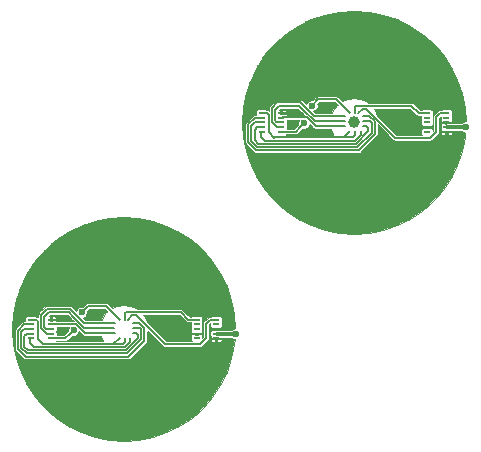
<source format=gtl>
G04 #@! TF.GenerationSoftware,KiCad,Pcbnew,5.0.2-bee76a0~70~ubuntu18.04.1*
G04 #@! TF.CreationDate,2019-09-04T02:04:56+02:00*
G04 #@! TF.ProjectId,upper_Sensor,75707065-725f-4536-956e-736f722e6b69,rev?*
G04 #@! TF.SameCoordinates,Original*
G04 #@! TF.FileFunction,Copper,L1,Top*
G04 #@! TF.FilePolarity,Positive*
%FSLAX46Y46*%
G04 Gerber Fmt 4.6, Leading zero omitted, Abs format (unit mm)*
G04 Created by KiCad (PCBNEW 5.0.2-bee76a0~70~ubuntu18.04.1) date Mi 04 Sep 2019 02:04:56 CEST*
%MOMM*%
%LPD*%
G01*
G04 APERTURE LIST*
G04 #@! TA.AperFunction,SMDPad,CuDef*
%ADD10R,0.630000X0.230000*%
G04 #@! TD*
G04 #@! TA.AperFunction,WasherPad*
%ADD11C,1.000000*%
G04 #@! TD*
G04 #@! TA.AperFunction,BGAPad,CuDef*
%ADD12C,0.150000*%
G04 #@! TD*
G04 #@! TA.AperFunction,ViaPad*
%ADD13C,0.600000*%
G04 #@! TD*
G04 #@! TA.AperFunction,Conductor*
%ADD14C,0.130000*%
G04 #@! TD*
G04 #@! TA.AperFunction,Conductor*
%ADD15C,0.300000*%
G04 #@! TD*
G04 #@! TA.AperFunction,Conductor*
%ADD16C,0.100000*%
G04 #@! TD*
G04 #@! TA.AperFunction,NonConductor*
%ADD17C,0.100000*%
G04 #@! TD*
G04 APERTURE END LIST*
D10*
G04 #@! TO.P,J12,1*
G04 #@! TO.N,N/C*
X121675000Y-63300000D03*
G04 #@! TO.P,J12,2*
X123325000Y-63300000D03*
G04 #@! TO.P,J12,3*
X121675000Y-62900000D03*
G04 #@! TO.P,J12,4*
X123325000Y-62900000D03*
G04 #@! TO.P,J12,5*
X121675000Y-62500000D03*
G04 #@! TO.P,J12,6*
X123325000Y-62500000D03*
G04 #@! TO.P,J12,7*
X121675000Y-62100000D03*
G04 #@! TO.P,J12,8*
X123325000Y-62100000D03*
G04 #@! TO.P,J12,9*
X121675000Y-61700000D03*
G04 #@! TO.P,J12,10*
X123325000Y-61700000D03*
G04 #@! TD*
G04 #@! TO.P,J11,1*
G04 #@! TO.N,N/C*
X135675000Y-63300000D03*
G04 #@! TO.P,J11,2*
X137325000Y-63300000D03*
G04 #@! TO.P,J11,3*
X135675000Y-62900000D03*
G04 #@! TO.P,J11,4*
X137325000Y-62900000D03*
G04 #@! TO.P,J11,5*
X135675000Y-62500000D03*
G04 #@! TO.P,J11,6*
X137325000Y-62500000D03*
G04 #@! TO.P,J11,7*
X135675000Y-62100000D03*
G04 #@! TO.P,J11,8*
X137325000Y-62100000D03*
G04 #@! TO.P,J11,9*
X135675000Y-61700000D03*
G04 #@! TO.P,J11,10*
X137325000Y-61700000D03*
G04 #@! TD*
D11*
G04 #@! TO.P,REF\002A\002A,*
G04 #@! TO.N,*
X129500000Y-62500000D03*
G04 #@! TD*
D12*
G04 #@! TO.P,REF\002A\002A,ELEC*
G04 #@! TO.N,N/C*
X129610000Y-61747000D03*
G04 #@! TO.P,REF\002A\002A,O2*
X129830000Y-61747000D03*
G04 #@! TO.P,REF\002A\002A,G*
X129170000Y-61747000D03*
G04 #@! TO.P,REF\002A\002A,D2m*
X128747000Y-62830000D03*
G04 #@! TO.P,REF\002A\002A,D4m*
X128747000Y-61950000D03*
G04 #@! TO.P,REF\002A\002A,D3m*
X128747000Y-62390000D03*
G04 #@! TO.P,REF\002A\002A,S*
X129610000Y-63253000D03*
G04 #@! TO.P,REF\002A\002A,SUB*
X129170000Y-63253000D03*
G04 #@! TO.P,REF\002A\002A,D1i*
X130050000Y-63253000D03*
G04 #@! TO.P,REF\002A\002A,D3i*
X130253000Y-62390000D03*
G04 #@! TO.P,REF\002A\002A,D2i*
X130253000Y-62830000D03*
G04 #@! TO.P,REF\002A\002A,D4i*
X130253000Y-61950000D03*
G04 #@! TD*
D10*
G04 #@! TO.P,J12,10*
G04 #@! TO.N,GNDD*
X103825000Y-79200000D03*
G04 #@! TO.P,J12,9*
G04 #@! TO.N,N/C*
X102175000Y-79200000D03*
G04 #@! TO.P,J12,8*
G04 #@! TO.N,REFFET1_D2*
X103825000Y-79600000D03*
G04 #@! TO.P,J12,7*
G04 #@! TO.N,ISFET1_D4*
X102175000Y-79600000D03*
G04 #@! TO.P,J12,6*
G04 #@! TO.N,REFFET1_D3*
X103825000Y-80000000D03*
G04 #@! TO.P,J12,5*
G04 #@! TO.N,ISFET1_D3*
X102175000Y-80000000D03*
G04 #@! TO.P,J12,4*
G04 #@! TO.N,REFFET1_D4*
X103825000Y-80400000D03*
G04 #@! TO.P,J12,3*
G04 #@! TO.N,ISFET1_D2*
X102175000Y-80400000D03*
G04 #@! TO.P,J12,2*
G04 #@! TO.N,N/C*
X103825000Y-80800000D03*
G04 #@! TO.P,J12,1*
G04 #@! TO.N,ISFET1_D1*
X102175000Y-80800000D03*
G04 #@! TD*
G04 #@! TO.P,J11,10*
G04 #@! TO.N,O2_ELEC1*
X117825000Y-79200000D03*
G04 #@! TO.P,J11,9*
G04 #@! TO.N,ELEC1*
X116175000Y-79200000D03*
G04 #@! TO.P,J11,8*
G04 #@! TO.N,Net-(J11-Pad8)*
X117825000Y-79600000D03*
G04 #@! TO.P,J11,7*
G04 #@! TO.N,Net-(J11-Pad7)*
X116175000Y-79600000D03*
G04 #@! TO.P,J11,6*
G04 #@! TO.N,GNDD*
X117825000Y-80000000D03*
G04 #@! TO.P,J11,5*
G04 #@! TO.N,Net-(J11-Pad5)*
X116175000Y-80000000D03*
G04 #@! TO.P,J11,4*
G04 #@! TO.N,RF_ANT*
X117825000Y-80400000D03*
G04 #@! TO.P,J11,3*
G04 #@! TO.N,GNDD*
X116175000Y-80400000D03*
G04 #@! TO.P,J11,2*
X117825000Y-80800000D03*
G04 #@! TO.P,J11,1*
G04 #@! TO.N,Net-(J11-Pad1)*
X116175000Y-80800000D03*
G04 #@! TD*
D12*
G04 #@! TO.P,REF\002A\002A,D4i*
G04 #@! TO.N,ISFET1_D4*
X110753000Y-79450000D03*
G04 #@! TO.P,REF\002A\002A,D2i*
G04 #@! TO.N,ISFET1_D2*
X110753000Y-80330000D03*
G04 #@! TO.P,REF\002A\002A,D3i*
G04 #@! TO.N,ISFET1_D3*
X110753000Y-79890000D03*
G04 #@! TO.P,REF\002A\002A,D1i*
G04 #@! TO.N,ISFET1_D1*
X110550000Y-80753000D03*
G04 #@! TO.P,REF\002A\002A,SUB*
G04 #@! TO.N,N/C*
X109670000Y-80753000D03*
G04 #@! TO.P,REF\002A\002A,S*
X110110000Y-80753000D03*
G04 #@! TO.P,REF\002A\002A,D3m*
G04 #@! TO.N,REFFET1_D3*
X109247000Y-79890000D03*
G04 #@! TO.P,REF\002A\002A,D4m*
G04 #@! TO.N,REFFET1_D4*
X109247000Y-79450000D03*
G04 #@! TO.P,REF\002A\002A,D2m*
G04 #@! TO.N,REFFET1_D2*
X109247000Y-80330000D03*
G04 #@! TO.P,REF\002A\002A,G*
G04 #@! TO.N,N/C*
X109670000Y-79247000D03*
G04 #@! TO.P,REF\002A\002A,O2*
G04 #@! TO.N,O2_ELEC1*
X110330000Y-79247000D03*
G04 #@! TO.P,REF\002A\002A,ELEC*
G04 #@! TO.N,ELEC1*
X110110000Y-79247000D03*
G04 #@! TD*
D13*
G04 #@! TO.N,*
X106434456Y-78585544D03*
X105756705Y-80085010D03*
X120384824Y-61702526D03*
X125934456Y-61085544D03*
X125256705Y-62585010D03*
X131800000Y-61700000D03*
X134300000Y-63000000D03*
X125633044Y-54207289D03*
X136509303Y-56618495D03*
X135381506Y-69509305D03*
X135970026Y-68970025D03*
X123618496Y-55490698D03*
X124925002Y-54575873D03*
X126370516Y-53901818D03*
X127131808Y-71338215D03*
X127911121Y-71510984D03*
X125800000Y-63200000D03*
X130297474Y-53384822D03*
X127911119Y-53489014D03*
X138615178Y-61702524D03*
X120901817Y-59370518D03*
X133366955Y-54207287D03*
X122004763Y-57251779D03*
X134748224Y-69995240D03*
X136995239Y-67748223D03*
X136509305Y-68381505D03*
X134748222Y-55004762D03*
X135970024Y-56029975D03*
X128702526Y-71615174D03*
X138338219Y-64868193D03*
X134075000Y-70424131D03*
X133366957Y-70792715D03*
X129500000Y-71650000D03*
X137800000Y-63900000D03*
X120661783Y-60131808D03*
X120489014Y-60911121D03*
X125633047Y-70792710D03*
X126370519Y-71098181D03*
X136995237Y-57251777D03*
X135381504Y-55490696D03*
X132629484Y-71098186D03*
X122490697Y-56618497D03*
X121207288Y-58633046D03*
X138510989Y-64088880D03*
X124251781Y-69995236D03*
X122490700Y-68381503D03*
X137424130Y-67074999D03*
X131088881Y-71510990D03*
X138510987Y-60911119D03*
X123029976Y-56029977D03*
X121575872Y-57925003D03*
X124925005Y-70424127D03*
X124251778Y-55004764D03*
X138200000Y-62200000D03*
X136400000Y-61300000D03*
X136400000Y-64300000D03*
X137000000Y-63900000D03*
X124420000Y-61590000D03*
X137700000Y-61100000D03*
X122004766Y-67748221D03*
X121207291Y-66366955D03*
X123029979Y-68970023D03*
X124160000Y-62740000D03*
X137424128Y-57925001D03*
X131088880Y-53489012D03*
X132629483Y-53901816D03*
X137792714Y-66366956D03*
X138098185Y-65629483D03*
X138338217Y-60131806D03*
X127131806Y-53661784D03*
X128702524Y-53384823D03*
X129499999Y-53350004D03*
X121575875Y-67074997D03*
X120901820Y-65629483D03*
X134074998Y-54575871D03*
X131868193Y-53661782D03*
X123618499Y-69509302D03*
X127200000Y-61200000D03*
X130297475Y-71615181D03*
X131868194Y-71338220D03*
X138098183Y-59370516D03*
X137792712Y-58633044D03*
X138991760Y-62903700D03*
X134074998Y-54575871D03*
G04 #@! TO.N,GNDD*
X110797475Y-89115181D03*
X111588881Y-89010990D03*
X112368194Y-88838220D03*
X113129484Y-88598186D03*
X115248224Y-87495240D03*
X115881506Y-87009305D03*
X116470026Y-86470025D03*
X114575000Y-87924131D03*
X113866957Y-88292715D03*
X117924130Y-84574999D03*
X118292714Y-83866956D03*
X118598185Y-83129483D03*
X117495239Y-85248223D03*
X117009305Y-85881505D03*
X118598183Y-76870516D03*
X118292712Y-76133044D03*
X117924128Y-75425001D03*
X118838217Y-77631806D03*
X119010987Y-78411119D03*
X117495237Y-74751777D03*
X115881504Y-72990696D03*
X115248222Y-72504762D03*
X116470024Y-73529975D03*
X117009303Y-74118495D03*
X114574998Y-72075871D03*
X112368193Y-71161782D03*
X111588880Y-70989012D03*
X113129483Y-71401816D03*
X113866955Y-71707287D03*
X110797474Y-70884822D03*
X108411119Y-70989014D03*
X107631806Y-71161784D03*
X109202524Y-70884823D03*
X109999999Y-70850004D03*
X106870516Y-71401818D03*
X104751778Y-72504764D03*
X104118496Y-72990698D03*
X105425002Y-72075873D03*
X106133044Y-71707289D03*
X102504763Y-74751779D03*
X103529976Y-73529977D03*
X102075872Y-75425003D03*
X102990697Y-74118497D03*
X101707288Y-76133046D03*
X102075875Y-84574997D03*
X101401820Y-83129483D03*
X102504766Y-85248221D03*
X101707291Y-83866955D03*
X102990700Y-85881503D03*
X104751781Y-87495236D03*
X103529979Y-86470023D03*
X105425005Y-87924127D03*
X104118499Y-87009302D03*
X106133047Y-88292710D03*
X106870519Y-88598181D03*
X107631808Y-88838215D03*
X108411121Y-89010984D03*
X109202526Y-89115174D03*
X118838219Y-82368193D03*
X119010989Y-81588880D03*
X119115178Y-79202524D03*
X101401817Y-76870518D03*
X101161783Y-77631808D03*
X100989014Y-78411121D03*
X100884824Y-79202526D03*
X110000000Y-89150000D03*
X118300000Y-81400000D03*
X118200000Y-78600000D03*
X112300000Y-79200000D03*
X114800000Y-80500000D03*
X106300000Y-80700000D03*
X107700000Y-78700000D03*
X116900000Y-78800000D03*
X117500000Y-81400000D03*
X118700000Y-79700000D03*
X116900000Y-81800000D03*
X104660000Y-80240000D03*
X104920000Y-79090000D03*
G04 #@! TO.N,RF_ANT*
X119491760Y-80403700D03*
G04 #@! TD*
D14*
G04 #@! TO.N,*
X108503720Y-78056740D02*
X109664500Y-79217520D01*
X109138720Y-81285080D02*
X109672120Y-80751680D01*
X109138720Y-81285080D02*
X109928660Y-81285080D01*
X109928660Y-81285080D02*
X110109000Y-81104740D01*
X110109000Y-81104740D02*
X110109000Y-80756760D01*
X103194920Y-81285080D02*
X109138720Y-81285080D01*
X103190000Y-81290000D02*
X103194920Y-81285080D01*
X102620000Y-79200000D02*
X102769980Y-79349980D01*
X102175000Y-79200000D02*
X102620000Y-79200000D01*
X102769980Y-79349980D02*
X102769980Y-80859980D01*
X102769980Y-80859980D02*
X103200000Y-81290000D01*
X108503720Y-78056740D02*
X106963260Y-78056740D01*
X106963260Y-78056740D02*
X106434456Y-78585544D01*
X103750000Y-80780000D02*
X105061715Y-80780000D01*
X105061715Y-80780000D02*
X105456706Y-80385009D01*
X105456706Y-80385009D02*
X105756705Y-80085010D01*
X129609000Y-63604740D02*
X129609000Y-63256760D01*
X129428660Y-63785080D02*
X129609000Y-63604740D01*
X123250000Y-63280000D02*
X124561715Y-63280000D01*
X121675000Y-61700000D02*
X122120000Y-61700000D01*
X128003720Y-60556740D02*
X129164500Y-61717520D01*
X128638720Y-63785080D02*
X129428660Y-63785080D01*
X122690000Y-63790000D02*
X122694920Y-63785080D01*
X128003720Y-60556740D02*
X126463260Y-60556740D01*
X122694920Y-63785080D02*
X128638720Y-63785080D01*
X124561715Y-63280000D02*
X124956706Y-62885009D01*
X124956706Y-62885009D02*
X125256705Y-62585010D01*
X122269980Y-63359980D02*
X122700000Y-63790000D01*
X126463260Y-60556740D02*
X125934456Y-61085544D01*
X122269980Y-61849980D02*
X122269980Y-63359980D01*
X122120000Y-61700000D02*
X122269980Y-61849980D01*
X128638720Y-63785080D02*
X129172120Y-63251680D01*
X128773340Y-62832580D02*
X126246040Y-62832580D01*
X125503460Y-62090000D02*
X123716002Y-62090000D01*
X123716002Y-62090000D02*
X123420000Y-62090000D01*
X126246040Y-62832580D02*
X125503460Y-62090000D01*
X126171788Y-62390620D02*
X128704999Y-62390620D01*
X123333251Y-61087600D02*
X124868769Y-61087600D01*
X125224369Y-61443200D02*
X125224369Y-61443201D01*
X125224369Y-61443201D02*
X126171788Y-62390620D01*
X123156398Y-61087600D02*
X122790000Y-61453998D01*
X123333251Y-61087600D02*
X123156398Y-61087600D01*
X124868769Y-61087600D02*
X125224369Y-61443200D01*
X122790000Y-61453998D02*
X122790000Y-62346002D01*
X122790000Y-62346002D02*
X122913998Y-62470000D01*
X122913998Y-62470000D02*
X123060000Y-62470000D01*
X124969776Y-60820900D02*
X125332069Y-61183193D01*
X126100076Y-61951200D02*
X128755560Y-61951200D01*
X125332069Y-61183193D02*
X126100076Y-61951200D01*
X123215820Y-60820900D02*
X124969776Y-60820900D01*
X122996289Y-62920000D02*
X123250000Y-62920000D01*
X123215820Y-60820900D02*
X122992891Y-60820900D01*
X122992891Y-60820900D02*
X122530000Y-61283791D01*
X122529990Y-61283801D02*
X122529990Y-62453701D01*
X122529990Y-62453701D02*
X122996289Y-62920000D01*
X122530000Y-61283791D02*
X122529990Y-61283801D01*
X130775450Y-61951200D02*
X130271940Y-61951200D01*
X131246620Y-62422370D02*
X130775450Y-61951200D01*
X121600000Y-62100000D02*
X121100000Y-62100000D01*
X121100000Y-62100000D02*
X120560000Y-62640000D01*
X131246620Y-63484267D02*
X131246620Y-62422370D01*
X121190422Y-64832490D02*
X129898396Y-64832490D01*
X120560000Y-62640000D02*
X120560000Y-64202068D01*
X129898396Y-64832490D02*
X131246620Y-63484267D01*
X120560000Y-64202068D02*
X121190422Y-64832490D01*
X121298769Y-64572479D02*
X129790697Y-64572479D01*
X121175000Y-62500000D02*
X121100000Y-62500000D01*
X121100000Y-62500000D02*
X121600000Y-62500000D01*
X129790697Y-64572479D02*
X130986609Y-63376568D01*
X120820011Y-64093721D02*
X121298769Y-64572479D01*
X121100000Y-62500000D02*
X120820011Y-62779989D01*
X130986609Y-62530069D02*
X130849700Y-62393160D01*
X130986609Y-63376568D02*
X130986609Y-62530069D01*
X130849700Y-62393160D02*
X130295001Y-62393160D01*
X120820011Y-62779989D02*
X120820011Y-64093721D01*
X129685445Y-64310021D02*
X130726598Y-63268869D01*
X121404021Y-64310021D02*
X129685445Y-64310021D01*
X121600000Y-62900000D02*
X121300000Y-62900000D01*
X121080022Y-63986022D02*
X121404021Y-64310021D01*
X130558960Y-62837660D02*
X130269400Y-62837660D01*
X121080022Y-63119978D02*
X121080022Y-63986022D01*
X130726598Y-63268869D02*
X130726598Y-63005298D01*
X121300000Y-62900000D02*
X121080022Y-63119978D01*
X130726598Y-63005298D02*
X130558960Y-62837660D01*
X121610000Y-63710000D02*
X121950010Y-64050010D01*
X130056040Y-63571720D02*
X130056040Y-63264380D01*
X129577750Y-64050010D02*
X130056040Y-63571720D01*
X121600000Y-63300000D02*
X121610000Y-63310000D01*
X121610000Y-63310000D02*
X121610000Y-63710000D01*
X121950010Y-64050010D02*
X129577750Y-64050010D01*
X129657260Y-61092680D02*
X129601380Y-61148560D01*
X134367680Y-61092680D02*
X129657260Y-61092680D01*
X135175000Y-61700000D02*
X134975000Y-61700000D01*
X129601380Y-61148560D02*
X129601380Y-61709900D01*
X134975000Y-61700000D02*
X134367680Y-61092680D01*
X135175000Y-61700000D02*
X135700000Y-61700000D01*
D15*
X137400000Y-62900000D02*
X138988060Y-62900000D01*
X138988060Y-62900000D02*
X138991760Y-62903700D01*
D14*
X129880001Y-61695439D02*
X129880001Y-61697200D01*
X137400000Y-61700000D02*
X136800000Y-61700000D01*
X135956002Y-63800000D02*
X132991960Y-63800000D01*
X136800000Y-61700000D02*
X136460000Y-62040000D01*
X136460000Y-63296002D02*
X135956002Y-63800000D01*
X136460000Y-62040000D02*
X136460000Y-63296002D01*
X132991960Y-63800000D02*
X130544650Y-61352690D01*
X130222750Y-61352690D02*
X129880001Y-61695439D01*
X130544650Y-61352690D02*
X130222750Y-61352690D01*
G04 #@! TO.N,REFFET1_D2*
X106003460Y-79590000D02*
X104216002Y-79590000D01*
X106746040Y-80332580D02*
X106003460Y-79590000D01*
X109273340Y-80332580D02*
X106746040Y-80332580D01*
X104216002Y-79590000D02*
X103920000Y-79590000D01*
G04 #@! TO.N,REFFET1_D3*
X105368769Y-78587600D02*
X105724369Y-78943200D01*
X103833251Y-78587600D02*
X105368769Y-78587600D01*
X105724369Y-78943200D02*
X105724369Y-78943201D01*
X105724369Y-78943201D02*
X106671788Y-79890620D01*
X106671788Y-79890620D02*
X109204999Y-79890620D01*
X103656398Y-78587600D02*
X103290000Y-78953998D01*
X103833251Y-78587600D02*
X103656398Y-78587600D01*
X103290000Y-79846002D02*
X103413998Y-79970000D01*
X103290000Y-78953998D02*
X103290000Y-79846002D01*
X103413998Y-79970000D02*
X103560000Y-79970000D01*
G04 #@! TO.N,REFFET1_D4*
X103492891Y-78320900D02*
X103030000Y-78783791D01*
X103029990Y-78783801D02*
X103029990Y-79953701D01*
X103715820Y-78320900D02*
X103492891Y-78320900D01*
X103715820Y-78320900D02*
X105469776Y-78320900D01*
X106600076Y-79451200D02*
X109255560Y-79451200D01*
X105469776Y-78320900D02*
X105832069Y-78683193D01*
X105832069Y-78683193D02*
X106600076Y-79451200D01*
X103030000Y-78783791D02*
X103029990Y-78783801D01*
X103029990Y-79953701D02*
X103496289Y-80420000D01*
X103496289Y-80420000D02*
X103750000Y-80420000D01*
G04 #@! TO.N,ISFET1_D4*
X111275450Y-79451200D02*
X110771940Y-79451200D01*
X111746620Y-80984267D02*
X111746620Y-79922370D01*
X110398396Y-82332490D02*
X111746620Y-80984267D01*
X101690422Y-82332490D02*
X110398396Y-82332490D01*
X101060000Y-81702068D02*
X101690422Y-82332490D01*
X101060000Y-80140000D02*
X101060000Y-81702068D01*
X111746620Y-79922370D02*
X111275450Y-79451200D01*
X102100000Y-79600000D02*
X101600000Y-79600000D01*
X101600000Y-79600000D02*
X101060000Y-80140000D01*
G04 #@! TO.N,ISFET1_D3*
X101600000Y-80000000D02*
X102100000Y-80000000D01*
X101675000Y-80000000D02*
X101600000Y-80000000D01*
X101798769Y-82072479D02*
X110290697Y-82072479D01*
X110290697Y-82072479D02*
X111486609Y-80876568D01*
X101600000Y-80000000D02*
X101320011Y-80279989D01*
X111486609Y-80030069D02*
X111349700Y-79893160D01*
X101320011Y-81593721D02*
X101798769Y-82072479D01*
X111486609Y-80876568D02*
X111486609Y-80030069D01*
X111349700Y-79893160D02*
X110795001Y-79893160D01*
X101320011Y-80279989D02*
X101320011Y-81593721D01*
G04 #@! TO.N,ISFET1_D2*
X110185445Y-81810021D02*
X111226598Y-80768869D01*
X101904021Y-81810021D02*
X110185445Y-81810021D01*
X102100000Y-80400000D02*
X101800000Y-80400000D01*
X101580022Y-81486022D02*
X101904021Y-81810021D01*
X111058960Y-80337660D02*
X110769400Y-80337660D01*
X101580022Y-80619978D02*
X101580022Y-81486022D01*
X111226598Y-80768869D02*
X111226598Y-80505298D01*
X101800000Y-80400000D02*
X101580022Y-80619978D01*
X111226598Y-80505298D02*
X111058960Y-80337660D01*
G04 #@! TO.N,ISFET1_D1*
X110556040Y-81071720D02*
X110556040Y-80764380D01*
X102110000Y-81210000D02*
X102450010Y-81550010D01*
X110077750Y-81550010D02*
X110556040Y-81071720D01*
X102450010Y-81550010D02*
X110077750Y-81550010D01*
X102100000Y-80800000D02*
X102110000Y-80810000D01*
X102110000Y-80810000D02*
X102110000Y-81210000D01*
G04 #@! TO.N,ELEC1*
X110157260Y-78592680D02*
X110101380Y-78648560D01*
X114867680Y-78592680D02*
X110157260Y-78592680D01*
X115675000Y-79200000D02*
X115475000Y-79200000D01*
X110101380Y-78648560D02*
X110101380Y-79209900D01*
X115475000Y-79200000D02*
X114867680Y-78592680D01*
X115675000Y-79200000D02*
X116200000Y-79200000D01*
D15*
G04 #@! TO.N,RF_ANT*
X119488060Y-80400000D02*
X119491760Y-80403700D01*
X117900000Y-80400000D02*
X119488060Y-80400000D01*
D14*
G04 #@! TO.N,O2_ELEC1*
X110722750Y-78852690D02*
X110380001Y-79195439D01*
X111044650Y-78852690D02*
X110722750Y-78852690D01*
X117300000Y-79200000D02*
X116960000Y-79540000D01*
X110380001Y-79195439D02*
X110380001Y-79197200D01*
X116456002Y-81300000D02*
X113491960Y-81300000D01*
X117900000Y-79200000D02*
X117300000Y-79200000D01*
X116960000Y-79540000D02*
X116960000Y-80796002D01*
X116960000Y-80796002D02*
X116456002Y-81300000D01*
X113491960Y-81300000D02*
X111044650Y-78852690D01*
G04 #@! TD*
D16*
G04 #@! TO.N,GNDD*
G36*
X111233460Y-70630953D02*
X112445808Y-70872104D01*
X113616320Y-71269438D01*
X114724952Y-71816156D01*
X115752728Y-72502893D01*
X116682083Y-73317917D01*
X117497107Y-74247272D01*
X118183844Y-75275048D01*
X118730562Y-76383680D01*
X119127896Y-77554192D01*
X119369047Y-78766540D01*
X119444892Y-79923700D01*
X119396282Y-79923700D01*
X119219862Y-79996775D01*
X119146637Y-80070000D01*
X118265000Y-80070000D01*
X118252500Y-80057500D01*
X117925000Y-80057500D01*
X117925000Y-80070000D01*
X117867498Y-80070000D01*
X117771240Y-80089147D01*
X117752791Y-80101474D01*
X117725000Y-80101474D01*
X117725000Y-80057500D01*
X117397500Y-80057500D01*
X117360000Y-80095000D01*
X117360000Y-80144837D01*
X117370398Y-80169940D01*
X117340444Y-80214768D01*
X117326474Y-80285000D01*
X117326474Y-80515000D01*
X117340444Y-80585232D01*
X117370398Y-80630060D01*
X117360000Y-80655163D01*
X117360000Y-80705000D01*
X117397500Y-80742500D01*
X117725000Y-80742500D01*
X117725000Y-80698526D01*
X117752791Y-80698526D01*
X117771240Y-80710853D01*
X117867498Y-80730000D01*
X117925000Y-80730000D01*
X117925000Y-80742500D01*
X118252500Y-80742500D01*
X118265000Y-80730000D01*
X119139237Y-80730000D01*
X119219862Y-80810625D01*
X119392086Y-80881962D01*
X119369047Y-81233460D01*
X119127896Y-82445808D01*
X118730562Y-83616320D01*
X118183844Y-84724952D01*
X117497107Y-85752728D01*
X116682083Y-86682083D01*
X115752728Y-87497107D01*
X114724952Y-88183844D01*
X113616320Y-88730562D01*
X112445808Y-89127896D01*
X111233460Y-89369047D01*
X110000000Y-89449893D01*
X108766540Y-89369047D01*
X107554192Y-89127896D01*
X106383680Y-88730562D01*
X105275048Y-88183844D01*
X104247272Y-87497107D01*
X103317917Y-86682083D01*
X102502893Y-85752728D01*
X101816156Y-84724952D01*
X101269438Y-83616320D01*
X100872104Y-82445808D01*
X100630953Y-81233460D01*
X100559284Y-80140000D01*
X100810201Y-80140000D01*
X100815000Y-80164126D01*
X100815001Y-81677937D01*
X100810201Y-81702068D01*
X100829216Y-81797661D01*
X100833947Y-81804741D01*
X100883366Y-81878703D01*
X100903822Y-81892371D01*
X101500119Y-82488669D01*
X101513787Y-82509125D01*
X101594828Y-82563274D01*
X101666296Y-82577490D01*
X101690421Y-82582289D01*
X101714546Y-82577490D01*
X110374270Y-82577490D01*
X110398396Y-82582289D01*
X110422522Y-82577490D01*
X110493990Y-82563274D01*
X110575031Y-82509125D01*
X110588701Y-82488666D01*
X111902799Y-81174570D01*
X111923255Y-81160902D01*
X111977404Y-81079861D01*
X111984384Y-81044772D01*
X111996419Y-80984268D01*
X111991620Y-80960142D01*
X111991620Y-80446717D01*
X112026588Y-80181109D01*
X113301657Y-81456179D01*
X113315325Y-81476635D01*
X113381400Y-81520784D01*
X113396366Y-81530784D01*
X113491960Y-81549799D01*
X113516086Y-81545000D01*
X116431876Y-81545000D01*
X116456002Y-81549799D01*
X116480128Y-81545000D01*
X116551596Y-81530784D01*
X116632637Y-81476635D01*
X116646307Y-81456176D01*
X117116179Y-80986305D01*
X117136635Y-80972637D01*
X117188509Y-80895000D01*
X117360000Y-80895000D01*
X117360000Y-80944837D01*
X117382836Y-80999968D01*
X117425032Y-81042164D01*
X117480163Y-81065000D01*
X117687500Y-81065000D01*
X117725000Y-81027500D01*
X117725000Y-80857500D01*
X117925000Y-80857500D01*
X117925000Y-81027500D01*
X117962500Y-81065000D01*
X118169837Y-81065000D01*
X118224968Y-81042164D01*
X118267164Y-80999968D01*
X118290000Y-80944837D01*
X118290000Y-80895000D01*
X118252500Y-80857500D01*
X117925000Y-80857500D01*
X117725000Y-80857500D01*
X117397500Y-80857500D01*
X117360000Y-80895000D01*
X117188509Y-80895000D01*
X117190784Y-80891596D01*
X117205000Y-80820128D01*
X117209799Y-80796002D01*
X117205000Y-80771876D01*
X117205000Y-79641481D01*
X117326474Y-79520008D01*
X117326474Y-79715000D01*
X117340444Y-79785232D01*
X117370398Y-79830060D01*
X117360000Y-79855163D01*
X117360000Y-79905000D01*
X117397500Y-79942500D01*
X117725000Y-79942500D01*
X117725000Y-79898526D01*
X117925000Y-79898526D01*
X117925000Y-79942500D01*
X118252500Y-79942500D01*
X118290000Y-79905000D01*
X118290000Y-79855163D01*
X118279602Y-79830060D01*
X118309556Y-79785232D01*
X118323526Y-79715000D01*
X118323526Y-79485000D01*
X118309556Y-79414768D01*
X118299688Y-79400000D01*
X118309556Y-79385232D01*
X118323526Y-79315000D01*
X118323526Y-79085000D01*
X118309556Y-79014768D01*
X118269772Y-78955228D01*
X118210232Y-78915444D01*
X118140000Y-78901474D01*
X117510000Y-78901474D01*
X117439768Y-78915444D01*
X117380569Y-78955000D01*
X117324126Y-78955000D01*
X117300000Y-78950201D01*
X117275874Y-78955000D01*
X117204406Y-78969216D01*
X117123365Y-79023365D01*
X117109699Y-79043818D01*
X116803824Y-79349695D01*
X116783365Y-79363365D01*
X116732348Y-79439719D01*
X116729216Y-79444407D01*
X116710201Y-79540000D01*
X116715000Y-79564126D01*
X116715001Y-80694519D01*
X116673526Y-80735994D01*
X116673526Y-80685000D01*
X116659556Y-80614768D01*
X116629602Y-80569940D01*
X116640000Y-80544837D01*
X116640000Y-80495000D01*
X116602500Y-80457500D01*
X116275000Y-80457500D01*
X116275000Y-80501474D01*
X116075000Y-80501474D01*
X116075000Y-80457500D01*
X115747500Y-80457500D01*
X115710000Y-80495000D01*
X115710000Y-80544837D01*
X115720398Y-80569940D01*
X115690444Y-80614768D01*
X115676474Y-80685000D01*
X115676474Y-80915000D01*
X115690444Y-80985232D01*
X115730228Y-81044772D01*
X115745535Y-81055000D01*
X113593442Y-81055000D01*
X111961342Y-79422900D01*
X111778245Y-78980866D01*
X111771719Y-78969562D01*
X111670523Y-78837680D01*
X114766199Y-78837680D01*
X115284697Y-79356179D01*
X115298365Y-79376635D01*
X115379406Y-79430784D01*
X115450874Y-79445000D01*
X115450875Y-79445000D01*
X115474999Y-79449799D01*
X115499124Y-79445000D01*
X115684430Y-79445000D01*
X115676474Y-79485000D01*
X115676474Y-79715000D01*
X115690444Y-79785232D01*
X115700312Y-79800000D01*
X115690444Y-79814768D01*
X115676474Y-79885000D01*
X115676474Y-80115000D01*
X115690444Y-80185232D01*
X115720398Y-80230060D01*
X115710000Y-80255163D01*
X115710000Y-80305000D01*
X115747500Y-80342500D01*
X116075000Y-80342500D01*
X116075000Y-80298526D01*
X116275000Y-80298526D01*
X116275000Y-80342500D01*
X116602500Y-80342500D01*
X116640000Y-80305000D01*
X116640000Y-80255163D01*
X116629602Y-80230060D01*
X116659556Y-80185232D01*
X116673526Y-80115000D01*
X116673526Y-79885000D01*
X116659556Y-79814768D01*
X116649688Y-79800000D01*
X116659556Y-79785232D01*
X116673526Y-79715000D01*
X116673526Y-79485000D01*
X116659556Y-79414768D01*
X116649688Y-79400000D01*
X116659556Y-79385232D01*
X116673526Y-79315000D01*
X116673526Y-79085000D01*
X116659556Y-79014768D01*
X116619772Y-78955228D01*
X116560232Y-78915444D01*
X116490000Y-78901474D01*
X115860000Y-78901474D01*
X115789768Y-78915444D01*
X115730569Y-78955000D01*
X115576482Y-78955000D01*
X115057985Y-78436504D01*
X115044315Y-78416045D01*
X114963274Y-78361896D01*
X114891806Y-78347680D01*
X114867680Y-78342881D01*
X114843554Y-78347680D01*
X111186042Y-78347680D01*
X111030438Y-78228281D01*
X111019134Y-78221755D01*
X110536772Y-78021954D01*
X110524164Y-78018576D01*
X110006526Y-77950428D01*
X109993474Y-77950428D01*
X109475836Y-78018576D01*
X109463228Y-78021954D01*
X109005155Y-78211694D01*
X108694025Y-77900564D01*
X108680355Y-77880105D01*
X108599314Y-77825956D01*
X108527846Y-77811740D01*
X108503720Y-77806941D01*
X108479594Y-77811740D01*
X106987386Y-77811740D01*
X106963260Y-77806941D01*
X106939134Y-77811740D01*
X106867666Y-77825956D01*
X106786625Y-77880105D01*
X106772957Y-77900561D01*
X106556833Y-78116686D01*
X106529934Y-78105544D01*
X106338978Y-78105544D01*
X106162558Y-78178619D01*
X106027531Y-78313646D01*
X105963526Y-78468168D01*
X105660081Y-78164724D01*
X105646411Y-78144265D01*
X105565370Y-78090116D01*
X105493902Y-78075900D01*
X105469776Y-78071101D01*
X105445650Y-78075900D01*
X103517017Y-78075900D01*
X103492891Y-78071101D01*
X103468765Y-78075900D01*
X103397297Y-78090116D01*
X103316256Y-78144265D01*
X103302590Y-78164719D01*
X102873819Y-78593491D01*
X102873814Y-78593496D01*
X102853355Y-78607166D01*
X102803931Y-78681137D01*
X102799206Y-78688208D01*
X102780191Y-78783801D01*
X102784990Y-78807927D01*
X102784990Y-79015584D01*
X102715594Y-78969216D01*
X102644126Y-78955000D01*
X102620000Y-78950201D01*
X102614027Y-78951389D01*
X102560232Y-78915444D01*
X102490000Y-78901474D01*
X101860000Y-78901474D01*
X101789768Y-78915444D01*
X101730228Y-78955228D01*
X101690444Y-79014768D01*
X101676474Y-79085000D01*
X101676474Y-79315000D01*
X101684430Y-79355000D01*
X101624124Y-79355000D01*
X101599999Y-79350201D01*
X101575875Y-79355000D01*
X101575874Y-79355000D01*
X101504406Y-79369216D01*
X101423365Y-79423365D01*
X101409697Y-79443821D01*
X100903824Y-79949695D01*
X100883365Y-79963365D01*
X100835872Y-80034446D01*
X100829216Y-80044407D01*
X100810201Y-80140000D01*
X100559284Y-80140000D01*
X100550107Y-80000000D01*
X100630953Y-78766540D01*
X100872104Y-77554192D01*
X101269438Y-76383680D01*
X101816156Y-75275048D01*
X102502893Y-74247272D01*
X103317917Y-73317917D01*
X104247272Y-72502893D01*
X105275048Y-71816156D01*
X106383680Y-71269438D01*
X107554192Y-70872104D01*
X108766540Y-70630953D01*
X110000000Y-70550107D01*
X111233460Y-70630953D01*
X111233460Y-70630953D01*
G37*
X111233460Y-70630953D02*
X112445808Y-70872104D01*
X113616320Y-71269438D01*
X114724952Y-71816156D01*
X115752728Y-72502893D01*
X116682083Y-73317917D01*
X117497107Y-74247272D01*
X118183844Y-75275048D01*
X118730562Y-76383680D01*
X119127896Y-77554192D01*
X119369047Y-78766540D01*
X119444892Y-79923700D01*
X119396282Y-79923700D01*
X119219862Y-79996775D01*
X119146637Y-80070000D01*
X118265000Y-80070000D01*
X118252500Y-80057500D01*
X117925000Y-80057500D01*
X117925000Y-80070000D01*
X117867498Y-80070000D01*
X117771240Y-80089147D01*
X117752791Y-80101474D01*
X117725000Y-80101474D01*
X117725000Y-80057500D01*
X117397500Y-80057500D01*
X117360000Y-80095000D01*
X117360000Y-80144837D01*
X117370398Y-80169940D01*
X117340444Y-80214768D01*
X117326474Y-80285000D01*
X117326474Y-80515000D01*
X117340444Y-80585232D01*
X117370398Y-80630060D01*
X117360000Y-80655163D01*
X117360000Y-80705000D01*
X117397500Y-80742500D01*
X117725000Y-80742500D01*
X117725000Y-80698526D01*
X117752791Y-80698526D01*
X117771240Y-80710853D01*
X117867498Y-80730000D01*
X117925000Y-80730000D01*
X117925000Y-80742500D01*
X118252500Y-80742500D01*
X118265000Y-80730000D01*
X119139237Y-80730000D01*
X119219862Y-80810625D01*
X119392086Y-80881962D01*
X119369047Y-81233460D01*
X119127896Y-82445808D01*
X118730562Y-83616320D01*
X118183844Y-84724952D01*
X117497107Y-85752728D01*
X116682083Y-86682083D01*
X115752728Y-87497107D01*
X114724952Y-88183844D01*
X113616320Y-88730562D01*
X112445808Y-89127896D01*
X111233460Y-89369047D01*
X110000000Y-89449893D01*
X108766540Y-89369047D01*
X107554192Y-89127896D01*
X106383680Y-88730562D01*
X105275048Y-88183844D01*
X104247272Y-87497107D01*
X103317917Y-86682083D01*
X102502893Y-85752728D01*
X101816156Y-84724952D01*
X101269438Y-83616320D01*
X100872104Y-82445808D01*
X100630953Y-81233460D01*
X100559284Y-80140000D01*
X100810201Y-80140000D01*
X100815000Y-80164126D01*
X100815001Y-81677937D01*
X100810201Y-81702068D01*
X100829216Y-81797661D01*
X100833947Y-81804741D01*
X100883366Y-81878703D01*
X100903822Y-81892371D01*
X101500119Y-82488669D01*
X101513787Y-82509125D01*
X101594828Y-82563274D01*
X101666296Y-82577490D01*
X101690421Y-82582289D01*
X101714546Y-82577490D01*
X110374270Y-82577490D01*
X110398396Y-82582289D01*
X110422522Y-82577490D01*
X110493990Y-82563274D01*
X110575031Y-82509125D01*
X110588701Y-82488666D01*
X111902799Y-81174570D01*
X111923255Y-81160902D01*
X111977404Y-81079861D01*
X111984384Y-81044772D01*
X111996419Y-80984268D01*
X111991620Y-80960142D01*
X111991620Y-80446717D01*
X112026588Y-80181109D01*
X113301657Y-81456179D01*
X113315325Y-81476635D01*
X113381400Y-81520784D01*
X113396366Y-81530784D01*
X113491960Y-81549799D01*
X113516086Y-81545000D01*
X116431876Y-81545000D01*
X116456002Y-81549799D01*
X116480128Y-81545000D01*
X116551596Y-81530784D01*
X116632637Y-81476635D01*
X116646307Y-81456176D01*
X117116179Y-80986305D01*
X117136635Y-80972637D01*
X117188509Y-80895000D01*
X117360000Y-80895000D01*
X117360000Y-80944837D01*
X117382836Y-80999968D01*
X117425032Y-81042164D01*
X117480163Y-81065000D01*
X117687500Y-81065000D01*
X117725000Y-81027500D01*
X117725000Y-80857500D01*
X117925000Y-80857500D01*
X117925000Y-81027500D01*
X117962500Y-81065000D01*
X118169837Y-81065000D01*
X118224968Y-81042164D01*
X118267164Y-80999968D01*
X118290000Y-80944837D01*
X118290000Y-80895000D01*
X118252500Y-80857500D01*
X117925000Y-80857500D01*
X117725000Y-80857500D01*
X117397500Y-80857500D01*
X117360000Y-80895000D01*
X117188509Y-80895000D01*
X117190784Y-80891596D01*
X117205000Y-80820128D01*
X117209799Y-80796002D01*
X117205000Y-80771876D01*
X117205000Y-79641481D01*
X117326474Y-79520008D01*
X117326474Y-79715000D01*
X117340444Y-79785232D01*
X117370398Y-79830060D01*
X117360000Y-79855163D01*
X117360000Y-79905000D01*
X117397500Y-79942500D01*
X117725000Y-79942500D01*
X117725000Y-79898526D01*
X117925000Y-79898526D01*
X117925000Y-79942500D01*
X118252500Y-79942500D01*
X118290000Y-79905000D01*
X118290000Y-79855163D01*
X118279602Y-79830060D01*
X118309556Y-79785232D01*
X118323526Y-79715000D01*
X118323526Y-79485000D01*
X118309556Y-79414768D01*
X118299688Y-79400000D01*
X118309556Y-79385232D01*
X118323526Y-79315000D01*
X118323526Y-79085000D01*
X118309556Y-79014768D01*
X118269772Y-78955228D01*
X118210232Y-78915444D01*
X118140000Y-78901474D01*
X117510000Y-78901474D01*
X117439768Y-78915444D01*
X117380569Y-78955000D01*
X117324126Y-78955000D01*
X117300000Y-78950201D01*
X117275874Y-78955000D01*
X117204406Y-78969216D01*
X117123365Y-79023365D01*
X117109699Y-79043818D01*
X116803824Y-79349695D01*
X116783365Y-79363365D01*
X116732348Y-79439719D01*
X116729216Y-79444407D01*
X116710201Y-79540000D01*
X116715000Y-79564126D01*
X116715001Y-80694519D01*
X116673526Y-80735994D01*
X116673526Y-80685000D01*
X116659556Y-80614768D01*
X116629602Y-80569940D01*
X116640000Y-80544837D01*
X116640000Y-80495000D01*
X116602500Y-80457500D01*
X116275000Y-80457500D01*
X116275000Y-80501474D01*
X116075000Y-80501474D01*
X116075000Y-80457500D01*
X115747500Y-80457500D01*
X115710000Y-80495000D01*
X115710000Y-80544837D01*
X115720398Y-80569940D01*
X115690444Y-80614768D01*
X115676474Y-80685000D01*
X115676474Y-80915000D01*
X115690444Y-80985232D01*
X115730228Y-81044772D01*
X115745535Y-81055000D01*
X113593442Y-81055000D01*
X111961342Y-79422900D01*
X111778245Y-78980866D01*
X111771719Y-78969562D01*
X111670523Y-78837680D01*
X114766199Y-78837680D01*
X115284697Y-79356179D01*
X115298365Y-79376635D01*
X115379406Y-79430784D01*
X115450874Y-79445000D01*
X115450875Y-79445000D01*
X115474999Y-79449799D01*
X115499124Y-79445000D01*
X115684430Y-79445000D01*
X115676474Y-79485000D01*
X115676474Y-79715000D01*
X115690444Y-79785232D01*
X115700312Y-79800000D01*
X115690444Y-79814768D01*
X115676474Y-79885000D01*
X115676474Y-80115000D01*
X115690444Y-80185232D01*
X115720398Y-80230060D01*
X115710000Y-80255163D01*
X115710000Y-80305000D01*
X115747500Y-80342500D01*
X116075000Y-80342500D01*
X116075000Y-80298526D01*
X116275000Y-80298526D01*
X116275000Y-80342500D01*
X116602500Y-80342500D01*
X116640000Y-80305000D01*
X116640000Y-80255163D01*
X116629602Y-80230060D01*
X116659556Y-80185232D01*
X116673526Y-80115000D01*
X116673526Y-79885000D01*
X116659556Y-79814768D01*
X116649688Y-79800000D01*
X116659556Y-79785232D01*
X116673526Y-79715000D01*
X116673526Y-79485000D01*
X116659556Y-79414768D01*
X116649688Y-79400000D01*
X116659556Y-79385232D01*
X116673526Y-79315000D01*
X116673526Y-79085000D01*
X116659556Y-79014768D01*
X116619772Y-78955228D01*
X116560232Y-78915444D01*
X116490000Y-78901474D01*
X115860000Y-78901474D01*
X115789768Y-78915444D01*
X115730569Y-78955000D01*
X115576482Y-78955000D01*
X115057985Y-78436504D01*
X115044315Y-78416045D01*
X114963274Y-78361896D01*
X114891806Y-78347680D01*
X114867680Y-78342881D01*
X114843554Y-78347680D01*
X111186042Y-78347680D01*
X111030438Y-78228281D01*
X111019134Y-78221755D01*
X110536772Y-78021954D01*
X110524164Y-78018576D01*
X110006526Y-77950428D01*
X109993474Y-77950428D01*
X109475836Y-78018576D01*
X109463228Y-78021954D01*
X109005155Y-78211694D01*
X108694025Y-77900564D01*
X108680355Y-77880105D01*
X108599314Y-77825956D01*
X108527846Y-77811740D01*
X108503720Y-77806941D01*
X108479594Y-77811740D01*
X106987386Y-77811740D01*
X106963260Y-77806941D01*
X106939134Y-77811740D01*
X106867666Y-77825956D01*
X106786625Y-77880105D01*
X106772957Y-77900561D01*
X106556833Y-78116686D01*
X106529934Y-78105544D01*
X106338978Y-78105544D01*
X106162558Y-78178619D01*
X106027531Y-78313646D01*
X105963526Y-78468168D01*
X105660081Y-78164724D01*
X105646411Y-78144265D01*
X105565370Y-78090116D01*
X105493902Y-78075900D01*
X105469776Y-78071101D01*
X105445650Y-78075900D01*
X103517017Y-78075900D01*
X103492891Y-78071101D01*
X103468765Y-78075900D01*
X103397297Y-78090116D01*
X103316256Y-78144265D01*
X103302590Y-78164719D01*
X102873819Y-78593491D01*
X102873814Y-78593496D01*
X102853355Y-78607166D01*
X102803931Y-78681137D01*
X102799206Y-78688208D01*
X102780191Y-78783801D01*
X102784990Y-78807927D01*
X102784990Y-79015584D01*
X102715594Y-78969216D01*
X102644126Y-78955000D01*
X102620000Y-78950201D01*
X102614027Y-78951389D01*
X102560232Y-78915444D01*
X102490000Y-78901474D01*
X101860000Y-78901474D01*
X101789768Y-78915444D01*
X101730228Y-78955228D01*
X101690444Y-79014768D01*
X101676474Y-79085000D01*
X101676474Y-79315000D01*
X101684430Y-79355000D01*
X101624124Y-79355000D01*
X101599999Y-79350201D01*
X101575875Y-79355000D01*
X101575874Y-79355000D01*
X101504406Y-79369216D01*
X101423365Y-79423365D01*
X101409697Y-79443821D01*
X100903824Y-79949695D01*
X100883365Y-79963365D01*
X100835872Y-80034446D01*
X100829216Y-80044407D01*
X100810201Y-80140000D01*
X100559284Y-80140000D01*
X100550107Y-80000000D01*
X100630953Y-78766540D01*
X100872104Y-77554192D01*
X101269438Y-76383680D01*
X101816156Y-75275048D01*
X102502893Y-74247272D01*
X103317917Y-73317917D01*
X104247272Y-72502893D01*
X105275048Y-71816156D01*
X106383680Y-71269438D01*
X107554192Y-70872104D01*
X108766540Y-70630953D01*
X110000000Y-70550107D01*
X111233460Y-70630953D01*
G36*
X106555739Y-80488762D02*
X106569405Y-80509215D01*
X106589858Y-80522881D01*
X106650446Y-80563364D01*
X106746040Y-80582379D01*
X106770166Y-80577580D01*
X108038857Y-80577580D01*
X108221755Y-81019134D01*
X108228281Y-81030438D01*
X108235680Y-81040080D01*
X104272907Y-81040080D01*
X104282983Y-81025000D01*
X105037589Y-81025000D01*
X105061715Y-81029799D01*
X105085841Y-81025000D01*
X105157309Y-81010784D01*
X105238350Y-80956635D01*
X105252020Y-80936176D01*
X105634329Y-80553869D01*
X105661227Y-80565010D01*
X105852183Y-80565010D01*
X106028603Y-80491935D01*
X106163630Y-80356908D01*
X106236705Y-80180488D01*
X106236705Y-80169727D01*
X106555739Y-80488762D01*
X106555739Y-80488762D01*
G37*
X106555739Y-80488762D02*
X106569405Y-80509215D01*
X106589858Y-80522881D01*
X106650446Y-80563364D01*
X106746040Y-80582379D01*
X106770166Y-80577580D01*
X108038857Y-80577580D01*
X108221755Y-81019134D01*
X108228281Y-81030438D01*
X108235680Y-81040080D01*
X104272907Y-81040080D01*
X104282983Y-81025000D01*
X105037589Y-81025000D01*
X105061715Y-81029799D01*
X105085841Y-81025000D01*
X105157309Y-81010784D01*
X105238350Y-80956635D01*
X105252020Y-80936176D01*
X105634329Y-80553869D01*
X105661227Y-80565010D01*
X105852183Y-80565010D01*
X106028603Y-80491935D01*
X106163630Y-80356908D01*
X106236705Y-80180488D01*
X106236705Y-80169727D01*
X106555739Y-80488762D01*
G36*
X105276705Y-79989532D02*
X105276705Y-80180488D01*
X105287846Y-80207386D01*
X104960234Y-80535000D01*
X104319548Y-80535000D01*
X104323526Y-80515000D01*
X104323526Y-80285000D01*
X104309556Y-80214768D01*
X104299688Y-80200000D01*
X104309556Y-80185232D01*
X104323526Y-80115000D01*
X104323526Y-79885000D01*
X104313580Y-79835000D01*
X105340714Y-79835000D01*
X105276705Y-79989532D01*
X105276705Y-79989532D01*
G37*
X105276705Y-79989532D02*
X105276705Y-80180488D01*
X105287846Y-80207386D01*
X104960234Y-80535000D01*
X104319548Y-80535000D01*
X104323526Y-80515000D01*
X104323526Y-80285000D01*
X104309556Y-80214768D01*
X104299688Y-80200000D01*
X104309556Y-80185232D01*
X104323526Y-80115000D01*
X104323526Y-79885000D01*
X104313580Y-79835000D01*
X105340714Y-79835000D01*
X105276705Y-79989532D01*
G36*
X105534064Y-79099377D02*
X105547734Y-79119836D01*
X105568193Y-79133506D01*
X105779687Y-79345000D01*
X104289932Y-79345000D01*
X104290000Y-79344837D01*
X104290000Y-79295000D01*
X104252500Y-79257500D01*
X103925000Y-79257500D01*
X103925000Y-79301474D01*
X103725000Y-79301474D01*
X103725000Y-79257500D01*
X103705000Y-79257500D01*
X103705000Y-79142500D01*
X103725000Y-79142500D01*
X103725000Y-78972500D01*
X103925000Y-78972500D01*
X103925000Y-79142500D01*
X104252500Y-79142500D01*
X104290000Y-79105000D01*
X104290000Y-79055163D01*
X104267164Y-79000032D01*
X104224968Y-78957836D01*
X104169837Y-78935000D01*
X103962500Y-78935000D01*
X103925000Y-78972500D01*
X103725000Y-78972500D01*
X103687500Y-78935000D01*
X103655480Y-78935000D01*
X103757880Y-78832600D01*
X105267288Y-78832600D01*
X105534064Y-79099377D01*
X105534064Y-79099377D01*
G37*
X105534064Y-79099377D02*
X105547734Y-79119836D01*
X105568193Y-79133506D01*
X105779687Y-79345000D01*
X104289932Y-79345000D01*
X104290000Y-79344837D01*
X104290000Y-79295000D01*
X104252500Y-79257500D01*
X103925000Y-79257500D01*
X103925000Y-79301474D01*
X103725000Y-79301474D01*
X103725000Y-79257500D01*
X103705000Y-79257500D01*
X103705000Y-79142500D01*
X103725000Y-79142500D01*
X103725000Y-78972500D01*
X103925000Y-78972500D01*
X103925000Y-79142500D01*
X104252500Y-79142500D01*
X104290000Y-79105000D01*
X104290000Y-79055163D01*
X104267164Y-79000032D01*
X104224968Y-78957836D01*
X104169837Y-78935000D01*
X103962500Y-78935000D01*
X103925000Y-78972500D01*
X103725000Y-78972500D01*
X103687500Y-78935000D01*
X103655480Y-78935000D01*
X103757880Y-78832600D01*
X105267288Y-78832600D01*
X105534064Y-79099377D01*
G36*
X108606990Y-78506492D02*
X108555348Y-78546118D01*
X108546118Y-78555348D01*
X108228281Y-78969562D01*
X108221755Y-78980866D01*
X108128419Y-79206200D01*
X106701558Y-79206200D01*
X106551832Y-79056474D01*
X106706354Y-78992469D01*
X106841381Y-78857442D01*
X106914456Y-78681022D01*
X106914456Y-78490066D01*
X106903314Y-78463167D01*
X107064742Y-78301740D01*
X108402239Y-78301740D01*
X108606990Y-78506492D01*
X108606990Y-78506492D01*
G37*
X108606990Y-78506492D02*
X108555348Y-78546118D01*
X108546118Y-78555348D01*
X108228281Y-78969562D01*
X108221755Y-78980866D01*
X108128419Y-79206200D01*
X106701558Y-79206200D01*
X106551832Y-79056474D01*
X106706354Y-78992469D01*
X106841381Y-78857442D01*
X106914456Y-78681022D01*
X106914456Y-78490066D01*
X106903314Y-78463167D01*
X107064742Y-78301740D01*
X108402239Y-78301740D01*
X108606990Y-78506492D01*
D17*
G36*
X130733460Y-53130953D02*
X131945808Y-53372104D01*
X133116320Y-53769438D01*
X134224952Y-54316156D01*
X135252728Y-55002893D01*
X136182083Y-55817917D01*
X136997107Y-56747272D01*
X137683844Y-57775048D01*
X138230562Y-58883680D01*
X138627896Y-60054192D01*
X138869047Y-61266540D01*
X138944892Y-62423700D01*
X138896282Y-62423700D01*
X138719862Y-62496775D01*
X138646637Y-62570000D01*
X137765000Y-62570000D01*
X137752500Y-62557500D01*
X137425000Y-62557500D01*
X137425000Y-62570000D01*
X137367498Y-62570000D01*
X137271240Y-62589147D01*
X137252791Y-62601474D01*
X137225000Y-62601474D01*
X137225000Y-62557500D01*
X136897500Y-62557500D01*
X136860000Y-62595000D01*
X136860000Y-62644837D01*
X136870398Y-62669940D01*
X136840444Y-62714768D01*
X136826474Y-62785000D01*
X136826474Y-63015000D01*
X136840444Y-63085232D01*
X136870398Y-63130060D01*
X136860000Y-63155163D01*
X136860000Y-63205000D01*
X136897500Y-63242500D01*
X137225000Y-63242500D01*
X137225000Y-63198526D01*
X137252791Y-63198526D01*
X137271240Y-63210853D01*
X137367498Y-63230000D01*
X137425000Y-63230000D01*
X137425000Y-63242500D01*
X137752500Y-63242500D01*
X137765000Y-63230000D01*
X138639237Y-63230000D01*
X138719862Y-63310625D01*
X138892086Y-63381962D01*
X138869047Y-63733460D01*
X138627896Y-64945808D01*
X138230562Y-66116320D01*
X137683844Y-67224952D01*
X136997107Y-68252728D01*
X136182083Y-69182083D01*
X135252728Y-69997107D01*
X134224952Y-70683844D01*
X133116320Y-71230562D01*
X131945808Y-71627896D01*
X130733460Y-71869047D01*
X129500000Y-71949893D01*
X128266540Y-71869047D01*
X127054192Y-71627896D01*
X125883680Y-71230562D01*
X124775048Y-70683844D01*
X123747272Y-69997107D01*
X122817917Y-69182083D01*
X122002893Y-68252728D01*
X121316156Y-67224952D01*
X120769438Y-66116320D01*
X120372104Y-64945808D01*
X120130953Y-63733460D01*
X120059284Y-62640000D01*
X120310201Y-62640000D01*
X120315000Y-62664126D01*
X120315001Y-64177937D01*
X120310201Y-64202068D01*
X120329216Y-64297661D01*
X120333947Y-64304741D01*
X120383366Y-64378703D01*
X120403822Y-64392371D01*
X121000119Y-64988669D01*
X121013787Y-65009125D01*
X121094828Y-65063274D01*
X121166296Y-65077490D01*
X121190421Y-65082289D01*
X121214546Y-65077490D01*
X129874270Y-65077490D01*
X129898396Y-65082289D01*
X129922522Y-65077490D01*
X129993990Y-65063274D01*
X130075031Y-65009125D01*
X130088701Y-64988666D01*
X131402799Y-63674570D01*
X131423255Y-63660902D01*
X131477404Y-63579861D01*
X131484384Y-63544772D01*
X131496419Y-63484268D01*
X131491620Y-63460142D01*
X131491620Y-62946717D01*
X131526588Y-62681109D01*
X132801657Y-63956179D01*
X132815325Y-63976635D01*
X132881400Y-64020784D01*
X132896366Y-64030784D01*
X132991960Y-64049799D01*
X133016086Y-64045000D01*
X135931876Y-64045000D01*
X135956002Y-64049799D01*
X135980128Y-64045000D01*
X136051596Y-64030784D01*
X136132637Y-63976635D01*
X136146307Y-63956176D01*
X136616179Y-63486305D01*
X136636635Y-63472637D01*
X136688509Y-63395000D01*
X136860000Y-63395000D01*
X136860000Y-63444837D01*
X136882836Y-63499968D01*
X136925032Y-63542164D01*
X136980163Y-63565000D01*
X137187500Y-63565000D01*
X137225000Y-63527500D01*
X137225000Y-63357500D01*
X137425000Y-63357500D01*
X137425000Y-63527500D01*
X137462500Y-63565000D01*
X137669837Y-63565000D01*
X137724968Y-63542164D01*
X137767164Y-63499968D01*
X137790000Y-63444837D01*
X137790000Y-63395000D01*
X137752500Y-63357500D01*
X137425000Y-63357500D01*
X137225000Y-63357500D01*
X136897500Y-63357500D01*
X136860000Y-63395000D01*
X136688509Y-63395000D01*
X136690784Y-63391596D01*
X136705000Y-63320128D01*
X136709799Y-63296002D01*
X136705000Y-63271876D01*
X136705000Y-62141481D01*
X136826474Y-62020008D01*
X136826474Y-62215000D01*
X136840444Y-62285232D01*
X136870398Y-62330060D01*
X136860000Y-62355163D01*
X136860000Y-62405000D01*
X136897500Y-62442500D01*
X137225000Y-62442500D01*
X137225000Y-62398526D01*
X137425000Y-62398526D01*
X137425000Y-62442500D01*
X137752500Y-62442500D01*
X137790000Y-62405000D01*
X137790000Y-62355163D01*
X137779602Y-62330060D01*
X137809556Y-62285232D01*
X137823526Y-62215000D01*
X137823526Y-61985000D01*
X137809556Y-61914768D01*
X137799688Y-61900000D01*
X137809556Y-61885232D01*
X137823526Y-61815000D01*
X137823526Y-61585000D01*
X137809556Y-61514768D01*
X137769772Y-61455228D01*
X137710232Y-61415444D01*
X137640000Y-61401474D01*
X137010000Y-61401474D01*
X136939768Y-61415444D01*
X136880569Y-61455000D01*
X136824126Y-61455000D01*
X136800000Y-61450201D01*
X136775874Y-61455000D01*
X136704406Y-61469216D01*
X136623365Y-61523365D01*
X136609699Y-61543818D01*
X136303824Y-61849695D01*
X136283365Y-61863365D01*
X136232348Y-61939719D01*
X136229216Y-61944407D01*
X136210201Y-62040000D01*
X136215000Y-62064126D01*
X136215001Y-63194519D01*
X136173526Y-63235994D01*
X136173526Y-63185000D01*
X136159556Y-63114768D01*
X136129602Y-63069940D01*
X136140000Y-63044837D01*
X136140000Y-62995000D01*
X136102500Y-62957500D01*
X135775000Y-62957500D01*
X135775000Y-63001474D01*
X135575000Y-63001474D01*
X135575000Y-62957500D01*
X135247500Y-62957500D01*
X135210000Y-62995000D01*
X135210000Y-63044837D01*
X135220398Y-63069940D01*
X135190444Y-63114768D01*
X135176474Y-63185000D01*
X135176474Y-63415000D01*
X135190444Y-63485232D01*
X135230228Y-63544772D01*
X135245535Y-63555000D01*
X133093442Y-63555000D01*
X131461342Y-61922900D01*
X131278245Y-61480866D01*
X131271719Y-61469562D01*
X131170523Y-61337680D01*
X134266199Y-61337680D01*
X134784697Y-61856179D01*
X134798365Y-61876635D01*
X134879406Y-61930784D01*
X134950874Y-61945000D01*
X134950875Y-61945000D01*
X134974999Y-61949799D01*
X134999124Y-61945000D01*
X135184430Y-61945000D01*
X135176474Y-61985000D01*
X135176474Y-62215000D01*
X135190444Y-62285232D01*
X135200312Y-62300000D01*
X135190444Y-62314768D01*
X135176474Y-62385000D01*
X135176474Y-62615000D01*
X135190444Y-62685232D01*
X135220398Y-62730060D01*
X135210000Y-62755163D01*
X135210000Y-62805000D01*
X135247500Y-62842500D01*
X135575000Y-62842500D01*
X135575000Y-62798526D01*
X135775000Y-62798526D01*
X135775000Y-62842500D01*
X136102500Y-62842500D01*
X136140000Y-62805000D01*
X136140000Y-62755163D01*
X136129602Y-62730060D01*
X136159556Y-62685232D01*
X136173526Y-62615000D01*
X136173526Y-62385000D01*
X136159556Y-62314768D01*
X136149688Y-62300000D01*
X136159556Y-62285232D01*
X136173526Y-62215000D01*
X136173526Y-61985000D01*
X136159556Y-61914768D01*
X136149688Y-61900000D01*
X136159556Y-61885232D01*
X136173526Y-61815000D01*
X136173526Y-61585000D01*
X136159556Y-61514768D01*
X136119772Y-61455228D01*
X136060232Y-61415444D01*
X135990000Y-61401474D01*
X135360000Y-61401474D01*
X135289768Y-61415444D01*
X135230569Y-61455000D01*
X135076482Y-61455000D01*
X134557985Y-60936504D01*
X134544315Y-60916045D01*
X134463274Y-60861896D01*
X134391806Y-60847680D01*
X134367680Y-60842881D01*
X134343554Y-60847680D01*
X130686042Y-60847680D01*
X130530438Y-60728281D01*
X130519134Y-60721755D01*
X130036772Y-60521954D01*
X130024164Y-60518576D01*
X129506526Y-60450428D01*
X129493474Y-60450428D01*
X128975836Y-60518576D01*
X128963228Y-60521954D01*
X128505155Y-60711694D01*
X128194025Y-60400564D01*
X128180355Y-60380105D01*
X128099314Y-60325956D01*
X128027846Y-60311740D01*
X128003720Y-60306941D01*
X127979594Y-60311740D01*
X126487386Y-60311740D01*
X126463260Y-60306941D01*
X126439134Y-60311740D01*
X126367666Y-60325956D01*
X126286625Y-60380105D01*
X126272957Y-60400561D01*
X126056833Y-60616686D01*
X126029934Y-60605544D01*
X125838978Y-60605544D01*
X125662558Y-60678619D01*
X125527531Y-60813646D01*
X125463526Y-60968168D01*
X125160081Y-60664724D01*
X125146411Y-60644265D01*
X125065370Y-60590116D01*
X124993902Y-60575900D01*
X124969776Y-60571101D01*
X124945650Y-60575900D01*
X123017017Y-60575900D01*
X122992891Y-60571101D01*
X122968765Y-60575900D01*
X122897297Y-60590116D01*
X122816256Y-60644265D01*
X122802590Y-60664719D01*
X122373819Y-61093491D01*
X122373814Y-61093496D01*
X122353355Y-61107166D01*
X122303931Y-61181137D01*
X122299206Y-61188208D01*
X122280191Y-61283801D01*
X122284990Y-61307927D01*
X122284990Y-61515584D01*
X122215594Y-61469216D01*
X122144126Y-61455000D01*
X122120000Y-61450201D01*
X122114027Y-61451389D01*
X122060232Y-61415444D01*
X121990000Y-61401474D01*
X121360000Y-61401474D01*
X121289768Y-61415444D01*
X121230228Y-61455228D01*
X121190444Y-61514768D01*
X121176474Y-61585000D01*
X121176474Y-61815000D01*
X121184430Y-61855000D01*
X121124124Y-61855000D01*
X121099999Y-61850201D01*
X121075875Y-61855000D01*
X121075874Y-61855000D01*
X121004406Y-61869216D01*
X120923365Y-61923365D01*
X120909697Y-61943821D01*
X120403824Y-62449695D01*
X120383365Y-62463365D01*
X120335872Y-62534446D01*
X120329216Y-62544407D01*
X120310201Y-62640000D01*
X120059284Y-62640000D01*
X120050107Y-62500000D01*
X120130953Y-61266540D01*
X120372104Y-60054192D01*
X120769438Y-58883680D01*
X121316156Y-57775048D01*
X122002893Y-56747272D01*
X122817917Y-55817917D01*
X123747272Y-55002893D01*
X124775048Y-54316156D01*
X125883680Y-53769438D01*
X127054192Y-53372104D01*
X128266540Y-53130953D01*
X129500000Y-53050107D01*
X130733460Y-53130953D01*
X130733460Y-53130953D01*
G37*
X130733460Y-53130953D02*
X131945808Y-53372104D01*
X133116320Y-53769438D01*
X134224952Y-54316156D01*
X135252728Y-55002893D01*
X136182083Y-55817917D01*
X136997107Y-56747272D01*
X137683844Y-57775048D01*
X138230562Y-58883680D01*
X138627896Y-60054192D01*
X138869047Y-61266540D01*
X138944892Y-62423700D01*
X138896282Y-62423700D01*
X138719862Y-62496775D01*
X138646637Y-62570000D01*
X137765000Y-62570000D01*
X137752500Y-62557500D01*
X137425000Y-62557500D01*
X137425000Y-62570000D01*
X137367498Y-62570000D01*
X137271240Y-62589147D01*
X137252791Y-62601474D01*
X137225000Y-62601474D01*
X137225000Y-62557500D01*
X136897500Y-62557500D01*
X136860000Y-62595000D01*
X136860000Y-62644837D01*
X136870398Y-62669940D01*
X136840444Y-62714768D01*
X136826474Y-62785000D01*
X136826474Y-63015000D01*
X136840444Y-63085232D01*
X136870398Y-63130060D01*
X136860000Y-63155163D01*
X136860000Y-63205000D01*
X136897500Y-63242500D01*
X137225000Y-63242500D01*
X137225000Y-63198526D01*
X137252791Y-63198526D01*
X137271240Y-63210853D01*
X137367498Y-63230000D01*
X137425000Y-63230000D01*
X137425000Y-63242500D01*
X137752500Y-63242500D01*
X137765000Y-63230000D01*
X138639237Y-63230000D01*
X138719862Y-63310625D01*
X138892086Y-63381962D01*
X138869047Y-63733460D01*
X138627896Y-64945808D01*
X138230562Y-66116320D01*
X137683844Y-67224952D01*
X136997107Y-68252728D01*
X136182083Y-69182083D01*
X135252728Y-69997107D01*
X134224952Y-70683844D01*
X133116320Y-71230562D01*
X131945808Y-71627896D01*
X130733460Y-71869047D01*
X129500000Y-71949893D01*
X128266540Y-71869047D01*
X127054192Y-71627896D01*
X125883680Y-71230562D01*
X124775048Y-70683844D01*
X123747272Y-69997107D01*
X122817917Y-69182083D01*
X122002893Y-68252728D01*
X121316156Y-67224952D01*
X120769438Y-66116320D01*
X120372104Y-64945808D01*
X120130953Y-63733460D01*
X120059284Y-62640000D01*
X120310201Y-62640000D01*
X120315000Y-62664126D01*
X120315001Y-64177937D01*
X120310201Y-64202068D01*
X120329216Y-64297661D01*
X120333947Y-64304741D01*
X120383366Y-64378703D01*
X120403822Y-64392371D01*
X121000119Y-64988669D01*
X121013787Y-65009125D01*
X121094828Y-65063274D01*
X121166296Y-65077490D01*
X121190421Y-65082289D01*
X121214546Y-65077490D01*
X129874270Y-65077490D01*
X129898396Y-65082289D01*
X129922522Y-65077490D01*
X129993990Y-65063274D01*
X130075031Y-65009125D01*
X130088701Y-64988666D01*
X131402799Y-63674570D01*
X131423255Y-63660902D01*
X131477404Y-63579861D01*
X131484384Y-63544772D01*
X131496419Y-63484268D01*
X131491620Y-63460142D01*
X131491620Y-62946717D01*
X131526588Y-62681109D01*
X132801657Y-63956179D01*
X132815325Y-63976635D01*
X132881400Y-64020784D01*
X132896366Y-64030784D01*
X132991960Y-64049799D01*
X133016086Y-64045000D01*
X135931876Y-64045000D01*
X135956002Y-64049799D01*
X135980128Y-64045000D01*
X136051596Y-64030784D01*
X136132637Y-63976635D01*
X136146307Y-63956176D01*
X136616179Y-63486305D01*
X136636635Y-63472637D01*
X136688509Y-63395000D01*
X136860000Y-63395000D01*
X136860000Y-63444837D01*
X136882836Y-63499968D01*
X136925032Y-63542164D01*
X136980163Y-63565000D01*
X137187500Y-63565000D01*
X137225000Y-63527500D01*
X137225000Y-63357500D01*
X137425000Y-63357500D01*
X137425000Y-63527500D01*
X137462500Y-63565000D01*
X137669837Y-63565000D01*
X137724968Y-63542164D01*
X137767164Y-63499968D01*
X137790000Y-63444837D01*
X137790000Y-63395000D01*
X137752500Y-63357500D01*
X137425000Y-63357500D01*
X137225000Y-63357500D01*
X136897500Y-63357500D01*
X136860000Y-63395000D01*
X136688509Y-63395000D01*
X136690784Y-63391596D01*
X136705000Y-63320128D01*
X136709799Y-63296002D01*
X136705000Y-63271876D01*
X136705000Y-62141481D01*
X136826474Y-62020008D01*
X136826474Y-62215000D01*
X136840444Y-62285232D01*
X136870398Y-62330060D01*
X136860000Y-62355163D01*
X136860000Y-62405000D01*
X136897500Y-62442500D01*
X137225000Y-62442500D01*
X137225000Y-62398526D01*
X137425000Y-62398526D01*
X137425000Y-62442500D01*
X137752500Y-62442500D01*
X137790000Y-62405000D01*
X137790000Y-62355163D01*
X137779602Y-62330060D01*
X137809556Y-62285232D01*
X137823526Y-62215000D01*
X137823526Y-61985000D01*
X137809556Y-61914768D01*
X137799688Y-61900000D01*
X137809556Y-61885232D01*
X137823526Y-61815000D01*
X137823526Y-61585000D01*
X137809556Y-61514768D01*
X137769772Y-61455228D01*
X137710232Y-61415444D01*
X137640000Y-61401474D01*
X137010000Y-61401474D01*
X136939768Y-61415444D01*
X136880569Y-61455000D01*
X136824126Y-61455000D01*
X136800000Y-61450201D01*
X136775874Y-61455000D01*
X136704406Y-61469216D01*
X136623365Y-61523365D01*
X136609699Y-61543818D01*
X136303824Y-61849695D01*
X136283365Y-61863365D01*
X136232348Y-61939719D01*
X136229216Y-61944407D01*
X136210201Y-62040000D01*
X136215000Y-62064126D01*
X136215001Y-63194519D01*
X136173526Y-63235994D01*
X136173526Y-63185000D01*
X136159556Y-63114768D01*
X136129602Y-63069940D01*
X136140000Y-63044837D01*
X136140000Y-62995000D01*
X136102500Y-62957500D01*
X135775000Y-62957500D01*
X135775000Y-63001474D01*
X135575000Y-63001474D01*
X135575000Y-62957500D01*
X135247500Y-62957500D01*
X135210000Y-62995000D01*
X135210000Y-63044837D01*
X135220398Y-63069940D01*
X135190444Y-63114768D01*
X135176474Y-63185000D01*
X135176474Y-63415000D01*
X135190444Y-63485232D01*
X135230228Y-63544772D01*
X135245535Y-63555000D01*
X133093442Y-63555000D01*
X131461342Y-61922900D01*
X131278245Y-61480866D01*
X131271719Y-61469562D01*
X131170523Y-61337680D01*
X134266199Y-61337680D01*
X134784697Y-61856179D01*
X134798365Y-61876635D01*
X134879406Y-61930784D01*
X134950874Y-61945000D01*
X134950875Y-61945000D01*
X134974999Y-61949799D01*
X134999124Y-61945000D01*
X135184430Y-61945000D01*
X135176474Y-61985000D01*
X135176474Y-62215000D01*
X135190444Y-62285232D01*
X135200312Y-62300000D01*
X135190444Y-62314768D01*
X135176474Y-62385000D01*
X135176474Y-62615000D01*
X135190444Y-62685232D01*
X135220398Y-62730060D01*
X135210000Y-62755163D01*
X135210000Y-62805000D01*
X135247500Y-62842500D01*
X135575000Y-62842500D01*
X135575000Y-62798526D01*
X135775000Y-62798526D01*
X135775000Y-62842500D01*
X136102500Y-62842500D01*
X136140000Y-62805000D01*
X136140000Y-62755163D01*
X136129602Y-62730060D01*
X136159556Y-62685232D01*
X136173526Y-62615000D01*
X136173526Y-62385000D01*
X136159556Y-62314768D01*
X136149688Y-62300000D01*
X136159556Y-62285232D01*
X136173526Y-62215000D01*
X136173526Y-61985000D01*
X136159556Y-61914768D01*
X136149688Y-61900000D01*
X136159556Y-61885232D01*
X136173526Y-61815000D01*
X136173526Y-61585000D01*
X136159556Y-61514768D01*
X136119772Y-61455228D01*
X136060232Y-61415444D01*
X135990000Y-61401474D01*
X135360000Y-61401474D01*
X135289768Y-61415444D01*
X135230569Y-61455000D01*
X135076482Y-61455000D01*
X134557985Y-60936504D01*
X134544315Y-60916045D01*
X134463274Y-60861896D01*
X134391806Y-60847680D01*
X134367680Y-60842881D01*
X134343554Y-60847680D01*
X130686042Y-60847680D01*
X130530438Y-60728281D01*
X130519134Y-60721755D01*
X130036772Y-60521954D01*
X130024164Y-60518576D01*
X129506526Y-60450428D01*
X129493474Y-60450428D01*
X128975836Y-60518576D01*
X128963228Y-60521954D01*
X128505155Y-60711694D01*
X128194025Y-60400564D01*
X128180355Y-60380105D01*
X128099314Y-60325956D01*
X128027846Y-60311740D01*
X128003720Y-60306941D01*
X127979594Y-60311740D01*
X126487386Y-60311740D01*
X126463260Y-60306941D01*
X126439134Y-60311740D01*
X126367666Y-60325956D01*
X126286625Y-60380105D01*
X126272957Y-60400561D01*
X126056833Y-60616686D01*
X126029934Y-60605544D01*
X125838978Y-60605544D01*
X125662558Y-60678619D01*
X125527531Y-60813646D01*
X125463526Y-60968168D01*
X125160081Y-60664724D01*
X125146411Y-60644265D01*
X125065370Y-60590116D01*
X124993902Y-60575900D01*
X124969776Y-60571101D01*
X124945650Y-60575900D01*
X123017017Y-60575900D01*
X122992891Y-60571101D01*
X122968765Y-60575900D01*
X122897297Y-60590116D01*
X122816256Y-60644265D01*
X122802590Y-60664719D01*
X122373819Y-61093491D01*
X122373814Y-61093496D01*
X122353355Y-61107166D01*
X122303931Y-61181137D01*
X122299206Y-61188208D01*
X122280191Y-61283801D01*
X122284990Y-61307927D01*
X122284990Y-61515584D01*
X122215594Y-61469216D01*
X122144126Y-61455000D01*
X122120000Y-61450201D01*
X122114027Y-61451389D01*
X122060232Y-61415444D01*
X121990000Y-61401474D01*
X121360000Y-61401474D01*
X121289768Y-61415444D01*
X121230228Y-61455228D01*
X121190444Y-61514768D01*
X121176474Y-61585000D01*
X121176474Y-61815000D01*
X121184430Y-61855000D01*
X121124124Y-61855000D01*
X121099999Y-61850201D01*
X121075875Y-61855000D01*
X121075874Y-61855000D01*
X121004406Y-61869216D01*
X120923365Y-61923365D01*
X120909697Y-61943821D01*
X120403824Y-62449695D01*
X120383365Y-62463365D01*
X120335872Y-62534446D01*
X120329216Y-62544407D01*
X120310201Y-62640000D01*
X120059284Y-62640000D01*
X120050107Y-62500000D01*
X120130953Y-61266540D01*
X120372104Y-60054192D01*
X120769438Y-58883680D01*
X121316156Y-57775048D01*
X122002893Y-56747272D01*
X122817917Y-55817917D01*
X123747272Y-55002893D01*
X124775048Y-54316156D01*
X125883680Y-53769438D01*
X127054192Y-53372104D01*
X128266540Y-53130953D01*
X129500000Y-53050107D01*
X130733460Y-53130953D01*
G36*
X126055739Y-62988762D02*
X126069405Y-63009215D01*
X126089858Y-63022881D01*
X126150446Y-63063364D01*
X126246040Y-63082379D01*
X126270166Y-63077580D01*
X127538857Y-63077580D01*
X127721755Y-63519134D01*
X127728281Y-63530438D01*
X127735680Y-63540080D01*
X123772907Y-63540080D01*
X123782983Y-63525000D01*
X124537589Y-63525000D01*
X124561715Y-63529799D01*
X124585841Y-63525000D01*
X124657309Y-63510784D01*
X124738350Y-63456635D01*
X124752020Y-63436176D01*
X125134329Y-63053869D01*
X125161227Y-63065010D01*
X125352183Y-63065010D01*
X125528603Y-62991935D01*
X125663630Y-62856908D01*
X125736705Y-62680488D01*
X125736705Y-62669727D01*
X126055739Y-62988762D01*
X126055739Y-62988762D01*
G37*
X126055739Y-62988762D02*
X126069405Y-63009215D01*
X126089858Y-63022881D01*
X126150446Y-63063364D01*
X126246040Y-63082379D01*
X126270166Y-63077580D01*
X127538857Y-63077580D01*
X127721755Y-63519134D01*
X127728281Y-63530438D01*
X127735680Y-63540080D01*
X123772907Y-63540080D01*
X123782983Y-63525000D01*
X124537589Y-63525000D01*
X124561715Y-63529799D01*
X124585841Y-63525000D01*
X124657309Y-63510784D01*
X124738350Y-63456635D01*
X124752020Y-63436176D01*
X125134329Y-63053869D01*
X125161227Y-63065010D01*
X125352183Y-63065010D01*
X125528603Y-62991935D01*
X125663630Y-62856908D01*
X125736705Y-62680488D01*
X125736705Y-62669727D01*
X126055739Y-62988762D01*
G36*
X124776705Y-62489532D02*
X124776705Y-62680488D01*
X124787846Y-62707386D01*
X124460234Y-63035000D01*
X123819548Y-63035000D01*
X123823526Y-63015000D01*
X123823526Y-62785000D01*
X123809556Y-62714768D01*
X123799688Y-62700000D01*
X123809556Y-62685232D01*
X123823526Y-62615000D01*
X123823526Y-62385000D01*
X123813580Y-62335000D01*
X124840714Y-62335000D01*
X124776705Y-62489532D01*
X124776705Y-62489532D01*
G37*
X124776705Y-62489532D02*
X124776705Y-62680488D01*
X124787846Y-62707386D01*
X124460234Y-63035000D01*
X123819548Y-63035000D01*
X123823526Y-63015000D01*
X123823526Y-62785000D01*
X123809556Y-62714768D01*
X123799688Y-62700000D01*
X123809556Y-62685232D01*
X123823526Y-62615000D01*
X123823526Y-62385000D01*
X123813580Y-62335000D01*
X124840714Y-62335000D01*
X124776705Y-62489532D01*
G36*
X125034064Y-61599377D02*
X125047734Y-61619836D01*
X125068193Y-61633506D01*
X125279687Y-61845000D01*
X123789932Y-61845000D01*
X123790000Y-61844837D01*
X123790000Y-61795000D01*
X123752500Y-61757500D01*
X123425000Y-61757500D01*
X123425000Y-61801474D01*
X123225000Y-61801474D01*
X123225000Y-61757500D01*
X123205000Y-61757500D01*
X123205000Y-61642500D01*
X123225000Y-61642500D01*
X123225000Y-61472500D01*
X123425000Y-61472500D01*
X123425000Y-61642500D01*
X123752500Y-61642500D01*
X123790000Y-61605000D01*
X123790000Y-61555163D01*
X123767164Y-61500032D01*
X123724968Y-61457836D01*
X123669837Y-61435000D01*
X123462500Y-61435000D01*
X123425000Y-61472500D01*
X123225000Y-61472500D01*
X123187500Y-61435000D01*
X123155480Y-61435000D01*
X123257880Y-61332600D01*
X124767288Y-61332600D01*
X125034064Y-61599377D01*
X125034064Y-61599377D01*
G37*
X125034064Y-61599377D02*
X125047734Y-61619836D01*
X125068193Y-61633506D01*
X125279687Y-61845000D01*
X123789932Y-61845000D01*
X123790000Y-61844837D01*
X123790000Y-61795000D01*
X123752500Y-61757500D01*
X123425000Y-61757500D01*
X123425000Y-61801474D01*
X123225000Y-61801474D01*
X123225000Y-61757500D01*
X123205000Y-61757500D01*
X123205000Y-61642500D01*
X123225000Y-61642500D01*
X123225000Y-61472500D01*
X123425000Y-61472500D01*
X123425000Y-61642500D01*
X123752500Y-61642500D01*
X123790000Y-61605000D01*
X123790000Y-61555163D01*
X123767164Y-61500032D01*
X123724968Y-61457836D01*
X123669837Y-61435000D01*
X123462500Y-61435000D01*
X123425000Y-61472500D01*
X123225000Y-61472500D01*
X123187500Y-61435000D01*
X123155480Y-61435000D01*
X123257880Y-61332600D01*
X124767288Y-61332600D01*
X125034064Y-61599377D01*
G36*
X128106990Y-61006492D02*
X128055348Y-61046118D01*
X128046118Y-61055348D01*
X127728281Y-61469562D01*
X127721755Y-61480866D01*
X127628419Y-61706200D01*
X126201558Y-61706200D01*
X126051832Y-61556474D01*
X126206354Y-61492469D01*
X126341381Y-61357442D01*
X126414456Y-61181022D01*
X126414456Y-60990066D01*
X126403314Y-60963167D01*
X126564742Y-60801740D01*
X127902239Y-60801740D01*
X128106990Y-61006492D01*
X128106990Y-61006492D01*
G37*
X128106990Y-61006492D02*
X128055348Y-61046118D01*
X128046118Y-61055348D01*
X127728281Y-61469562D01*
X127721755Y-61480866D01*
X127628419Y-61706200D01*
X126201558Y-61706200D01*
X126051832Y-61556474D01*
X126206354Y-61492469D01*
X126341381Y-61357442D01*
X126414456Y-61181022D01*
X126414456Y-60990066D01*
X126403314Y-60963167D01*
X126564742Y-60801740D01*
X127902239Y-60801740D01*
X128106990Y-61006492D01*
G04 #@! TD*
M02*

</source>
